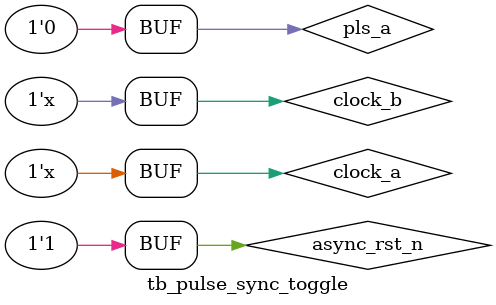
<source format=v>
module tb_pulse_sync_toggle();

reg  clock_a     ;
reg  clock_b     ;
reg  async_rst_n ;
reg  pls_a       ;
wire pls_b       ;


pulse_sync_toggle pulse_sync_toggle_i(
  .clock_a    (clock_a    ),  
  .clock_b    (clock_b    ),  
  .async_rst_n(async_rst_n),  
  .pls_a      (pls_a      ),  
  .pls_b      (pls_b      )  
);

always
  begin
   #5 clock_a = ~clock_a;
  end

always
  begin
   #3.33 clock_b = ~clock_b;
  end

initial 
  begin
   clock_a     = 1'b0;    
   clock_b     = 1'b0;
   async_rst_n = 1'b0;
   #10;
   async_rst_n = 1'b1;
   pls_a       = 1'b0;
   #40;   
   pls_a       = 1'b1;
   #5;   
   pls_a       = 1'b0;
  end

endmodule


</source>
